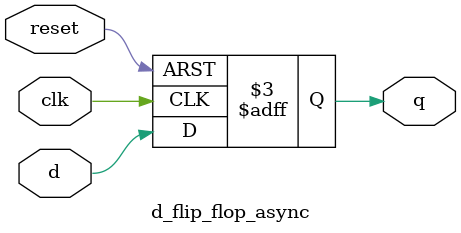
<source format=v>
`timescale 1ns / 1ps
module d_flip_flop_async(
  input wire clk,       
  input wire reset,     
  input wire d,         
  output reg q          
);

  always @(posedge clk or negedge reset) begin
    if (!reset)        //active-low reset condition check
      q <= 1'b0;       
    else
      q <= d;          
  end

endmodule

</source>
